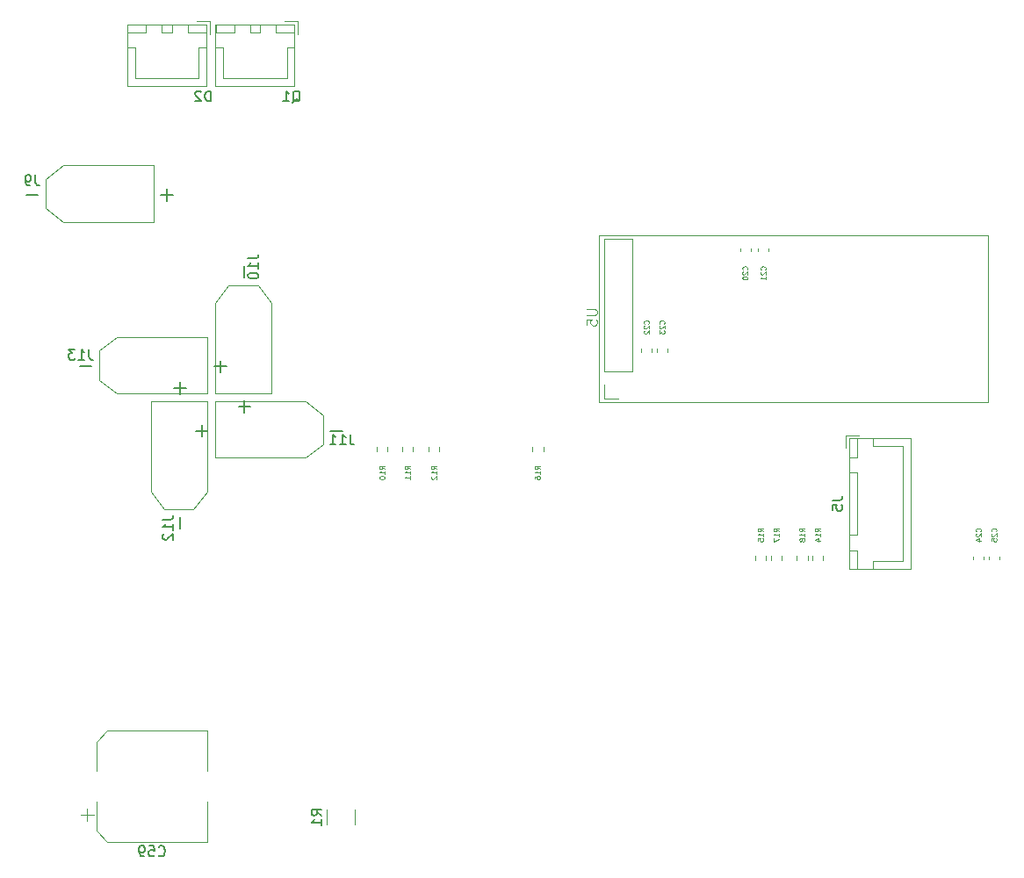
<source format=gbr>
%TF.GenerationSoftware,KiCad,Pcbnew,7.0.8*%
%TF.CreationDate,2023-11-18T19:30:00+11:00*%
%TF.ProjectId,Main 4.3,4d61696e-2034-42e3-932e-6b696361645f,rev?*%
%TF.SameCoordinates,Original*%
%TF.FileFunction,Legend,Bot*%
%TF.FilePolarity,Positive*%
%FSLAX46Y46*%
G04 Gerber Fmt 4.6, Leading zero omitted, Abs format (unit mm)*
G04 Created by KiCad (PCBNEW 7.0.8) date 2023-11-18 19:30:00*
%MOMM*%
%LPD*%
G01*
G04 APERTURE LIST*
%ADD10C,0.100000*%
%ADD11C,0.150000*%
%ADD12C,0.120000*%
G04 APERTURE END LIST*
D10*
X208726109Y-162928571D02*
X208488014Y-162761905D01*
X208726109Y-162642857D02*
X208226109Y-162642857D01*
X208226109Y-162642857D02*
X208226109Y-162833333D01*
X208226109Y-162833333D02*
X208249919Y-162880952D01*
X208249919Y-162880952D02*
X208273728Y-162904762D01*
X208273728Y-162904762D02*
X208321347Y-162928571D01*
X208321347Y-162928571D02*
X208392776Y-162928571D01*
X208392776Y-162928571D02*
X208440395Y-162904762D01*
X208440395Y-162904762D02*
X208464204Y-162880952D01*
X208464204Y-162880952D02*
X208488014Y-162833333D01*
X208488014Y-162833333D02*
X208488014Y-162642857D01*
X208726109Y-163404762D02*
X208726109Y-163119048D01*
X208726109Y-163261905D02*
X208226109Y-163261905D01*
X208226109Y-163261905D02*
X208297538Y-163214286D01*
X208297538Y-163214286D02*
X208345157Y-163166667D01*
X208345157Y-163166667D02*
X208368966Y-163119048D01*
X208392776Y-163833333D02*
X208726109Y-163833333D01*
X208202300Y-163714285D02*
X208559442Y-163595238D01*
X208559442Y-163595238D02*
X208559442Y-163904761D01*
D11*
X149988094Y-121454819D02*
X149988094Y-120454819D01*
X149988094Y-120454819D02*
X149749999Y-120454819D01*
X149749999Y-120454819D02*
X149607142Y-120502438D01*
X149607142Y-120502438D02*
X149511904Y-120597676D01*
X149511904Y-120597676D02*
X149464285Y-120692914D01*
X149464285Y-120692914D02*
X149416666Y-120883390D01*
X149416666Y-120883390D02*
X149416666Y-121026247D01*
X149416666Y-121026247D02*
X149464285Y-121216723D01*
X149464285Y-121216723D02*
X149511904Y-121311961D01*
X149511904Y-121311961D02*
X149607142Y-121407200D01*
X149607142Y-121407200D02*
X149749999Y-121454819D01*
X149749999Y-121454819D02*
X149988094Y-121454819D01*
X149035713Y-120550057D02*
X148988094Y-120502438D01*
X148988094Y-120502438D02*
X148892856Y-120454819D01*
X148892856Y-120454819D02*
X148654761Y-120454819D01*
X148654761Y-120454819D02*
X148559523Y-120502438D01*
X148559523Y-120502438D02*
X148511904Y-120550057D01*
X148511904Y-120550057D02*
X148464285Y-120645295D01*
X148464285Y-120645295D02*
X148464285Y-120740533D01*
X148464285Y-120740533D02*
X148511904Y-120883390D01*
X148511904Y-120883390D02*
X149083332Y-121454819D01*
X149083332Y-121454819D02*
X148464285Y-121454819D01*
D10*
X207226109Y-162928571D02*
X206988014Y-162761905D01*
X207226109Y-162642857D02*
X206726109Y-162642857D01*
X206726109Y-162642857D02*
X206726109Y-162833333D01*
X206726109Y-162833333D02*
X206749919Y-162880952D01*
X206749919Y-162880952D02*
X206773728Y-162904762D01*
X206773728Y-162904762D02*
X206821347Y-162928571D01*
X206821347Y-162928571D02*
X206892776Y-162928571D01*
X206892776Y-162928571D02*
X206940395Y-162904762D01*
X206940395Y-162904762D02*
X206964204Y-162880952D01*
X206964204Y-162880952D02*
X206988014Y-162833333D01*
X206988014Y-162833333D02*
X206988014Y-162642857D01*
X207226109Y-163404762D02*
X207226109Y-163119048D01*
X207226109Y-163261905D02*
X206726109Y-163261905D01*
X206726109Y-163261905D02*
X206797538Y-163214286D01*
X206797538Y-163214286D02*
X206845157Y-163166667D01*
X206845157Y-163166667D02*
X206868966Y-163119048D01*
X206940395Y-163690476D02*
X206916585Y-163642857D01*
X206916585Y-163642857D02*
X206892776Y-163619047D01*
X206892776Y-163619047D02*
X206845157Y-163595238D01*
X206845157Y-163595238D02*
X206821347Y-163595238D01*
X206821347Y-163595238D02*
X206773728Y-163619047D01*
X206773728Y-163619047D02*
X206749919Y-163642857D01*
X206749919Y-163642857D02*
X206726109Y-163690476D01*
X206726109Y-163690476D02*
X206726109Y-163785714D01*
X206726109Y-163785714D02*
X206749919Y-163833333D01*
X206749919Y-163833333D02*
X206773728Y-163857142D01*
X206773728Y-163857142D02*
X206821347Y-163880952D01*
X206821347Y-163880952D02*
X206845157Y-163880952D01*
X206845157Y-163880952D02*
X206892776Y-163857142D01*
X206892776Y-163857142D02*
X206916585Y-163833333D01*
X206916585Y-163833333D02*
X206940395Y-163785714D01*
X206940395Y-163785714D02*
X206940395Y-163690476D01*
X206940395Y-163690476D02*
X206964204Y-163642857D01*
X206964204Y-163642857D02*
X206988014Y-163619047D01*
X206988014Y-163619047D02*
X207035633Y-163595238D01*
X207035633Y-163595238D02*
X207130871Y-163595238D01*
X207130871Y-163595238D02*
X207178490Y-163619047D01*
X207178490Y-163619047D02*
X207202300Y-163642857D01*
X207202300Y-163642857D02*
X207226109Y-163690476D01*
X207226109Y-163690476D02*
X207226109Y-163785714D01*
X207226109Y-163785714D02*
X207202300Y-163833333D01*
X207202300Y-163833333D02*
X207178490Y-163857142D01*
X207178490Y-163857142D02*
X207130871Y-163880952D01*
X207130871Y-163880952D02*
X207035633Y-163880952D01*
X207035633Y-163880952D02*
X206988014Y-163857142D01*
X206988014Y-163857142D02*
X206964204Y-163833333D01*
X206964204Y-163833333D02*
X206940395Y-163785714D01*
D11*
X133083333Y-128554819D02*
X133083333Y-129269104D01*
X133083333Y-129269104D02*
X133130952Y-129411961D01*
X133130952Y-129411961D02*
X133226190Y-129507200D01*
X133226190Y-129507200D02*
X133369047Y-129554819D01*
X133369047Y-129554819D02*
X133464285Y-129554819D01*
X132559523Y-129554819D02*
X132369047Y-129554819D01*
X132369047Y-129554819D02*
X132273809Y-129507200D01*
X132273809Y-129507200D02*
X132226190Y-129459580D01*
X132226190Y-129459580D02*
X132130952Y-129316723D01*
X132130952Y-129316723D02*
X132083333Y-129126247D01*
X132083333Y-129126247D02*
X132083333Y-128745295D01*
X132083333Y-128745295D02*
X132130952Y-128650057D01*
X132130952Y-128650057D02*
X132178571Y-128602438D01*
X132178571Y-128602438D02*
X132273809Y-128554819D01*
X132273809Y-128554819D02*
X132464285Y-128554819D01*
X132464285Y-128554819D02*
X132559523Y-128602438D01*
X132559523Y-128602438D02*
X132607142Y-128650057D01*
X132607142Y-128650057D02*
X132654761Y-128745295D01*
X132654761Y-128745295D02*
X132654761Y-128983390D01*
X132654761Y-128983390D02*
X132607142Y-129078628D01*
X132607142Y-129078628D02*
X132559523Y-129126247D01*
X132559523Y-129126247D02*
X132464285Y-129173866D01*
X132464285Y-129173866D02*
X132273809Y-129173866D01*
X132273809Y-129173866D02*
X132178571Y-129126247D01*
X132178571Y-129126247D02*
X132130952Y-129078628D01*
X132130952Y-129078628D02*
X132083333Y-128983390D01*
X133321428Y-130464700D02*
X132178571Y-130464700D01*
X146321428Y-130464700D02*
X145178571Y-130464700D01*
X145749999Y-131036128D02*
X145749999Y-129893271D01*
D10*
X193678490Y-142903571D02*
X193702300Y-142879762D01*
X193702300Y-142879762D02*
X193726109Y-142808333D01*
X193726109Y-142808333D02*
X193726109Y-142760714D01*
X193726109Y-142760714D02*
X193702300Y-142689286D01*
X193702300Y-142689286D02*
X193654680Y-142641667D01*
X193654680Y-142641667D02*
X193607061Y-142617857D01*
X193607061Y-142617857D02*
X193511823Y-142594048D01*
X193511823Y-142594048D02*
X193440395Y-142594048D01*
X193440395Y-142594048D02*
X193345157Y-142617857D01*
X193345157Y-142617857D02*
X193297538Y-142641667D01*
X193297538Y-142641667D02*
X193249919Y-142689286D01*
X193249919Y-142689286D02*
X193226109Y-142760714D01*
X193226109Y-142760714D02*
X193226109Y-142808333D01*
X193226109Y-142808333D02*
X193249919Y-142879762D01*
X193249919Y-142879762D02*
X193273728Y-142903571D01*
X193273728Y-143094048D02*
X193249919Y-143117857D01*
X193249919Y-143117857D02*
X193226109Y-143165476D01*
X193226109Y-143165476D02*
X193226109Y-143284524D01*
X193226109Y-143284524D02*
X193249919Y-143332143D01*
X193249919Y-143332143D02*
X193273728Y-143355952D01*
X193273728Y-143355952D02*
X193321347Y-143379762D01*
X193321347Y-143379762D02*
X193368966Y-143379762D01*
X193368966Y-143379762D02*
X193440395Y-143355952D01*
X193440395Y-143355952D02*
X193726109Y-143070238D01*
X193726109Y-143070238D02*
X193726109Y-143379762D01*
X193226109Y-143546428D02*
X193226109Y-143855952D01*
X193226109Y-143855952D02*
X193416585Y-143689285D01*
X193416585Y-143689285D02*
X193416585Y-143760714D01*
X193416585Y-143760714D02*
X193440395Y-143808333D01*
X193440395Y-143808333D02*
X193464204Y-143832142D01*
X193464204Y-143832142D02*
X193511823Y-143855952D01*
X193511823Y-143855952D02*
X193630871Y-143855952D01*
X193630871Y-143855952D02*
X193678490Y-143832142D01*
X193678490Y-143832142D02*
X193702300Y-143808333D01*
X193702300Y-143808333D02*
X193726109Y-143760714D01*
X193726109Y-143760714D02*
X193726109Y-143617857D01*
X193726109Y-143617857D02*
X193702300Y-143570238D01*
X193702300Y-143570238D02*
X193678490Y-143546428D01*
X186207419Y-141488095D02*
X187016942Y-141488095D01*
X187016942Y-141488095D02*
X187112180Y-141535714D01*
X187112180Y-141535714D02*
X187159800Y-141583333D01*
X187159800Y-141583333D02*
X187207419Y-141678571D01*
X187207419Y-141678571D02*
X187207419Y-141869047D01*
X187207419Y-141869047D02*
X187159800Y-141964285D01*
X187159800Y-141964285D02*
X187112180Y-142011904D01*
X187112180Y-142011904D02*
X187016942Y-142059523D01*
X187016942Y-142059523D02*
X186207419Y-142059523D01*
X186207419Y-143011904D02*
X186207419Y-142535714D01*
X186207419Y-142535714D02*
X186683609Y-142488095D01*
X186683609Y-142488095D02*
X186635990Y-142535714D01*
X186635990Y-142535714D02*
X186588371Y-142630952D01*
X186588371Y-142630952D02*
X186588371Y-142869047D01*
X186588371Y-142869047D02*
X186635990Y-142964285D01*
X186635990Y-142964285D02*
X186683609Y-143011904D01*
X186683609Y-143011904D02*
X186778847Y-143059523D01*
X186778847Y-143059523D02*
X187016942Y-143059523D01*
X187016942Y-143059523D02*
X187112180Y-143011904D01*
X187112180Y-143011904D02*
X187159800Y-142964285D01*
X187159800Y-142964285D02*
X187207419Y-142869047D01*
X187207419Y-142869047D02*
X187207419Y-142630952D01*
X187207419Y-142630952D02*
X187159800Y-142535714D01*
X187159800Y-142535714D02*
X187112180Y-142488095D01*
X166726109Y-156928571D02*
X166488014Y-156761905D01*
X166726109Y-156642857D02*
X166226109Y-156642857D01*
X166226109Y-156642857D02*
X166226109Y-156833333D01*
X166226109Y-156833333D02*
X166249919Y-156880952D01*
X166249919Y-156880952D02*
X166273728Y-156904762D01*
X166273728Y-156904762D02*
X166321347Y-156928571D01*
X166321347Y-156928571D02*
X166392776Y-156928571D01*
X166392776Y-156928571D02*
X166440395Y-156904762D01*
X166440395Y-156904762D02*
X166464204Y-156880952D01*
X166464204Y-156880952D02*
X166488014Y-156833333D01*
X166488014Y-156833333D02*
X166488014Y-156642857D01*
X166726109Y-157404762D02*
X166726109Y-157119048D01*
X166726109Y-157261905D02*
X166226109Y-157261905D01*
X166226109Y-157261905D02*
X166297538Y-157214286D01*
X166297538Y-157214286D02*
X166345157Y-157166667D01*
X166345157Y-157166667D02*
X166368966Y-157119048D01*
X166226109Y-157714285D02*
X166226109Y-157761904D01*
X166226109Y-157761904D02*
X166249919Y-157809523D01*
X166249919Y-157809523D02*
X166273728Y-157833333D01*
X166273728Y-157833333D02*
X166321347Y-157857142D01*
X166321347Y-157857142D02*
X166416585Y-157880952D01*
X166416585Y-157880952D02*
X166535633Y-157880952D01*
X166535633Y-157880952D02*
X166630871Y-157857142D01*
X166630871Y-157857142D02*
X166678490Y-157833333D01*
X166678490Y-157833333D02*
X166702300Y-157809523D01*
X166702300Y-157809523D02*
X166726109Y-157761904D01*
X166726109Y-157761904D02*
X166726109Y-157714285D01*
X166726109Y-157714285D02*
X166702300Y-157666666D01*
X166702300Y-157666666D02*
X166678490Y-157642857D01*
X166678490Y-157642857D02*
X166630871Y-157619047D01*
X166630871Y-157619047D02*
X166535633Y-157595238D01*
X166535633Y-157595238D02*
X166416585Y-157595238D01*
X166416585Y-157595238D02*
X166321347Y-157619047D01*
X166321347Y-157619047D02*
X166273728Y-157642857D01*
X166273728Y-157642857D02*
X166249919Y-157666666D01*
X166249919Y-157666666D02*
X166226109Y-157714285D01*
X224178490Y-162928571D02*
X224202300Y-162904762D01*
X224202300Y-162904762D02*
X224226109Y-162833333D01*
X224226109Y-162833333D02*
X224226109Y-162785714D01*
X224226109Y-162785714D02*
X224202300Y-162714286D01*
X224202300Y-162714286D02*
X224154680Y-162666667D01*
X224154680Y-162666667D02*
X224107061Y-162642857D01*
X224107061Y-162642857D02*
X224011823Y-162619048D01*
X224011823Y-162619048D02*
X223940395Y-162619048D01*
X223940395Y-162619048D02*
X223845157Y-162642857D01*
X223845157Y-162642857D02*
X223797538Y-162666667D01*
X223797538Y-162666667D02*
X223749919Y-162714286D01*
X223749919Y-162714286D02*
X223726109Y-162785714D01*
X223726109Y-162785714D02*
X223726109Y-162833333D01*
X223726109Y-162833333D02*
X223749919Y-162904762D01*
X223749919Y-162904762D02*
X223773728Y-162928571D01*
X223773728Y-163119048D02*
X223749919Y-163142857D01*
X223749919Y-163142857D02*
X223726109Y-163190476D01*
X223726109Y-163190476D02*
X223726109Y-163309524D01*
X223726109Y-163309524D02*
X223749919Y-163357143D01*
X223749919Y-163357143D02*
X223773728Y-163380952D01*
X223773728Y-163380952D02*
X223821347Y-163404762D01*
X223821347Y-163404762D02*
X223868966Y-163404762D01*
X223868966Y-163404762D02*
X223940395Y-163380952D01*
X223940395Y-163380952D02*
X224226109Y-163095238D01*
X224226109Y-163095238D02*
X224226109Y-163404762D01*
X223892776Y-163833333D02*
X224226109Y-163833333D01*
X223702300Y-163714285D02*
X224059442Y-163595238D01*
X224059442Y-163595238D02*
X224059442Y-163904761D01*
D11*
X157845238Y-121550057D02*
X157940476Y-121502438D01*
X157940476Y-121502438D02*
X158035714Y-121407200D01*
X158035714Y-121407200D02*
X158178571Y-121264342D01*
X158178571Y-121264342D02*
X158273809Y-121216723D01*
X158273809Y-121216723D02*
X158369047Y-121216723D01*
X158321428Y-121454819D02*
X158416666Y-121407200D01*
X158416666Y-121407200D02*
X158511904Y-121311961D01*
X158511904Y-121311961D02*
X158559523Y-121121485D01*
X158559523Y-121121485D02*
X158559523Y-120788152D01*
X158559523Y-120788152D02*
X158511904Y-120597676D01*
X158511904Y-120597676D02*
X158416666Y-120502438D01*
X158416666Y-120502438D02*
X158321428Y-120454819D01*
X158321428Y-120454819D02*
X158130952Y-120454819D01*
X158130952Y-120454819D02*
X158035714Y-120502438D01*
X158035714Y-120502438D02*
X157940476Y-120597676D01*
X157940476Y-120597676D02*
X157892857Y-120788152D01*
X157892857Y-120788152D02*
X157892857Y-121121485D01*
X157892857Y-121121485D02*
X157940476Y-121311961D01*
X157940476Y-121311961D02*
X158035714Y-121407200D01*
X158035714Y-121407200D02*
X158130952Y-121454819D01*
X158130952Y-121454819D02*
X158321428Y-121454819D01*
X156940476Y-121454819D02*
X157511904Y-121454819D01*
X157226190Y-121454819D02*
X157226190Y-120454819D01*
X157226190Y-120454819D02*
X157321428Y-120597676D01*
X157321428Y-120597676D02*
X157416666Y-120692914D01*
X157416666Y-120692914D02*
X157511904Y-120740533D01*
X138209523Y-145354819D02*
X138209523Y-146069104D01*
X138209523Y-146069104D02*
X138257142Y-146211961D01*
X138257142Y-146211961D02*
X138352380Y-146307200D01*
X138352380Y-146307200D02*
X138495237Y-146354819D01*
X138495237Y-146354819D02*
X138590475Y-146354819D01*
X137209523Y-146354819D02*
X137780951Y-146354819D01*
X137495237Y-146354819D02*
X137495237Y-145354819D01*
X137495237Y-145354819D02*
X137590475Y-145497676D01*
X137590475Y-145497676D02*
X137685713Y-145592914D01*
X137685713Y-145592914D02*
X137780951Y-145640533D01*
X136876189Y-145354819D02*
X136257142Y-145354819D01*
X136257142Y-145354819D02*
X136590475Y-145735771D01*
X136590475Y-145735771D02*
X136447618Y-145735771D01*
X136447618Y-145735771D02*
X136352380Y-145783390D01*
X136352380Y-145783390D02*
X136304761Y-145831009D01*
X136304761Y-145831009D02*
X136257142Y-145926247D01*
X136257142Y-145926247D02*
X136257142Y-146164342D01*
X136257142Y-146164342D02*
X136304761Y-146259580D01*
X136304761Y-146259580D02*
X136352380Y-146307200D01*
X136352380Y-146307200D02*
X136447618Y-146354819D01*
X136447618Y-146354819D02*
X136733332Y-146354819D01*
X136733332Y-146354819D02*
X136828570Y-146307200D01*
X136828570Y-146307200D02*
X136876189Y-146259580D01*
X138471428Y-147014700D02*
X137328571Y-147014700D01*
X151471428Y-147014700D02*
X150328571Y-147014700D01*
X150899999Y-147586128D02*
X150899999Y-146443271D01*
D10*
X203428490Y-137678571D02*
X203452300Y-137654762D01*
X203452300Y-137654762D02*
X203476109Y-137583333D01*
X203476109Y-137583333D02*
X203476109Y-137535714D01*
X203476109Y-137535714D02*
X203452300Y-137464286D01*
X203452300Y-137464286D02*
X203404680Y-137416667D01*
X203404680Y-137416667D02*
X203357061Y-137392857D01*
X203357061Y-137392857D02*
X203261823Y-137369048D01*
X203261823Y-137369048D02*
X203190395Y-137369048D01*
X203190395Y-137369048D02*
X203095157Y-137392857D01*
X203095157Y-137392857D02*
X203047538Y-137416667D01*
X203047538Y-137416667D02*
X202999919Y-137464286D01*
X202999919Y-137464286D02*
X202976109Y-137535714D01*
X202976109Y-137535714D02*
X202976109Y-137583333D01*
X202976109Y-137583333D02*
X202999919Y-137654762D01*
X202999919Y-137654762D02*
X203023728Y-137678571D01*
X203023728Y-137869048D02*
X202999919Y-137892857D01*
X202999919Y-137892857D02*
X202976109Y-137940476D01*
X202976109Y-137940476D02*
X202976109Y-138059524D01*
X202976109Y-138059524D02*
X202999919Y-138107143D01*
X202999919Y-138107143D02*
X203023728Y-138130952D01*
X203023728Y-138130952D02*
X203071347Y-138154762D01*
X203071347Y-138154762D02*
X203118966Y-138154762D01*
X203118966Y-138154762D02*
X203190395Y-138130952D01*
X203190395Y-138130952D02*
X203476109Y-137845238D01*
X203476109Y-137845238D02*
X203476109Y-138154762D01*
X203476109Y-138630952D02*
X203476109Y-138345238D01*
X203476109Y-138488095D02*
X202976109Y-138488095D01*
X202976109Y-138488095D02*
X203047538Y-138440476D01*
X203047538Y-138440476D02*
X203095157Y-138392857D01*
X203095157Y-138392857D02*
X203118966Y-138345238D01*
X204726109Y-162928571D02*
X204488014Y-162761905D01*
X204726109Y-162642857D02*
X204226109Y-162642857D01*
X204226109Y-162642857D02*
X204226109Y-162833333D01*
X204226109Y-162833333D02*
X204249919Y-162880952D01*
X204249919Y-162880952D02*
X204273728Y-162904762D01*
X204273728Y-162904762D02*
X204321347Y-162928571D01*
X204321347Y-162928571D02*
X204392776Y-162928571D01*
X204392776Y-162928571D02*
X204440395Y-162904762D01*
X204440395Y-162904762D02*
X204464204Y-162880952D01*
X204464204Y-162880952D02*
X204488014Y-162833333D01*
X204488014Y-162833333D02*
X204488014Y-162642857D01*
X204726109Y-163404762D02*
X204726109Y-163119048D01*
X204726109Y-163261905D02*
X204226109Y-163261905D01*
X204226109Y-163261905D02*
X204297538Y-163214286D01*
X204297538Y-163214286D02*
X204345157Y-163166667D01*
X204345157Y-163166667D02*
X204368966Y-163119048D01*
X204226109Y-163571428D02*
X204226109Y-163904761D01*
X204226109Y-163904761D02*
X204726109Y-163690476D01*
D11*
X153554819Y-136590476D02*
X154269104Y-136590476D01*
X154269104Y-136590476D02*
X154411961Y-136542857D01*
X154411961Y-136542857D02*
X154507200Y-136447619D01*
X154507200Y-136447619D02*
X154554819Y-136304762D01*
X154554819Y-136304762D02*
X154554819Y-136209524D01*
X154554819Y-137590476D02*
X154554819Y-137019048D01*
X154554819Y-137304762D02*
X153554819Y-137304762D01*
X153554819Y-137304762D02*
X153697676Y-137209524D01*
X153697676Y-137209524D02*
X153792914Y-137114286D01*
X153792914Y-137114286D02*
X153840533Y-137019048D01*
X153554819Y-138209524D02*
X153554819Y-138304762D01*
X153554819Y-138304762D02*
X153602438Y-138400000D01*
X153602438Y-138400000D02*
X153650057Y-138447619D01*
X153650057Y-138447619D02*
X153745295Y-138495238D01*
X153745295Y-138495238D02*
X153935771Y-138542857D01*
X153935771Y-138542857D02*
X154173866Y-138542857D01*
X154173866Y-138542857D02*
X154364342Y-138495238D01*
X154364342Y-138495238D02*
X154459580Y-138447619D01*
X154459580Y-138447619D02*
X154507200Y-138400000D01*
X154507200Y-138400000D02*
X154554819Y-138304762D01*
X154554819Y-138304762D02*
X154554819Y-138209524D01*
X154554819Y-138209524D02*
X154507200Y-138114286D01*
X154507200Y-138114286D02*
X154459580Y-138066667D01*
X154459580Y-138066667D02*
X154364342Y-138019048D01*
X154364342Y-138019048D02*
X154173866Y-137971429D01*
X154173866Y-137971429D02*
X153935771Y-137971429D01*
X153935771Y-137971429D02*
X153745295Y-138019048D01*
X153745295Y-138019048D02*
X153650057Y-138066667D01*
X153650057Y-138066667D02*
X153602438Y-138114286D01*
X153602438Y-138114286D02*
X153554819Y-138209524D01*
X153214700Y-150328571D02*
X153214700Y-151471429D01*
X153786128Y-150900000D02*
X152643271Y-150900000D01*
X153214700Y-137328571D02*
X153214700Y-138471429D01*
D10*
X171726109Y-156928571D02*
X171488014Y-156761905D01*
X171726109Y-156642857D02*
X171226109Y-156642857D01*
X171226109Y-156642857D02*
X171226109Y-156833333D01*
X171226109Y-156833333D02*
X171249919Y-156880952D01*
X171249919Y-156880952D02*
X171273728Y-156904762D01*
X171273728Y-156904762D02*
X171321347Y-156928571D01*
X171321347Y-156928571D02*
X171392776Y-156928571D01*
X171392776Y-156928571D02*
X171440395Y-156904762D01*
X171440395Y-156904762D02*
X171464204Y-156880952D01*
X171464204Y-156880952D02*
X171488014Y-156833333D01*
X171488014Y-156833333D02*
X171488014Y-156642857D01*
X171726109Y-157404762D02*
X171726109Y-157119048D01*
X171726109Y-157261905D02*
X171226109Y-157261905D01*
X171226109Y-157261905D02*
X171297538Y-157214286D01*
X171297538Y-157214286D02*
X171345157Y-157166667D01*
X171345157Y-157166667D02*
X171368966Y-157119048D01*
X171273728Y-157595238D02*
X171249919Y-157619047D01*
X171249919Y-157619047D02*
X171226109Y-157666666D01*
X171226109Y-157666666D02*
X171226109Y-157785714D01*
X171226109Y-157785714D02*
X171249919Y-157833333D01*
X171249919Y-157833333D02*
X171273728Y-157857142D01*
X171273728Y-157857142D02*
X171321347Y-157880952D01*
X171321347Y-157880952D02*
X171368966Y-157880952D01*
X171368966Y-157880952D02*
X171440395Y-157857142D01*
X171440395Y-157857142D02*
X171726109Y-157571428D01*
X171726109Y-157571428D02*
X171726109Y-157880952D01*
X203226109Y-162928571D02*
X202988014Y-162761905D01*
X203226109Y-162642857D02*
X202726109Y-162642857D01*
X202726109Y-162642857D02*
X202726109Y-162833333D01*
X202726109Y-162833333D02*
X202749919Y-162880952D01*
X202749919Y-162880952D02*
X202773728Y-162904762D01*
X202773728Y-162904762D02*
X202821347Y-162928571D01*
X202821347Y-162928571D02*
X202892776Y-162928571D01*
X202892776Y-162928571D02*
X202940395Y-162904762D01*
X202940395Y-162904762D02*
X202964204Y-162880952D01*
X202964204Y-162880952D02*
X202988014Y-162833333D01*
X202988014Y-162833333D02*
X202988014Y-162642857D01*
X203226109Y-163404762D02*
X203226109Y-163119048D01*
X203226109Y-163261905D02*
X202726109Y-163261905D01*
X202726109Y-163261905D02*
X202797538Y-163214286D01*
X202797538Y-163214286D02*
X202845157Y-163166667D01*
X202845157Y-163166667D02*
X202868966Y-163119048D01*
X202726109Y-163857142D02*
X202726109Y-163619047D01*
X202726109Y-163619047D02*
X202964204Y-163595238D01*
X202964204Y-163595238D02*
X202940395Y-163619047D01*
X202940395Y-163619047D02*
X202916585Y-163666666D01*
X202916585Y-163666666D02*
X202916585Y-163785714D01*
X202916585Y-163785714D02*
X202940395Y-163833333D01*
X202940395Y-163833333D02*
X202964204Y-163857142D01*
X202964204Y-163857142D02*
X203011823Y-163880952D01*
X203011823Y-163880952D02*
X203130871Y-163880952D01*
X203130871Y-163880952D02*
X203178490Y-163857142D01*
X203178490Y-163857142D02*
X203202300Y-163833333D01*
X203202300Y-163833333D02*
X203226109Y-163785714D01*
X203226109Y-163785714D02*
X203226109Y-163666666D01*
X203226109Y-163666666D02*
X203202300Y-163619047D01*
X203202300Y-163619047D02*
X203178490Y-163595238D01*
X192178490Y-142903571D02*
X192202300Y-142879762D01*
X192202300Y-142879762D02*
X192226109Y-142808333D01*
X192226109Y-142808333D02*
X192226109Y-142760714D01*
X192226109Y-142760714D02*
X192202300Y-142689286D01*
X192202300Y-142689286D02*
X192154680Y-142641667D01*
X192154680Y-142641667D02*
X192107061Y-142617857D01*
X192107061Y-142617857D02*
X192011823Y-142594048D01*
X192011823Y-142594048D02*
X191940395Y-142594048D01*
X191940395Y-142594048D02*
X191845157Y-142617857D01*
X191845157Y-142617857D02*
X191797538Y-142641667D01*
X191797538Y-142641667D02*
X191749919Y-142689286D01*
X191749919Y-142689286D02*
X191726109Y-142760714D01*
X191726109Y-142760714D02*
X191726109Y-142808333D01*
X191726109Y-142808333D02*
X191749919Y-142879762D01*
X191749919Y-142879762D02*
X191773728Y-142903571D01*
X191773728Y-143094048D02*
X191749919Y-143117857D01*
X191749919Y-143117857D02*
X191726109Y-143165476D01*
X191726109Y-143165476D02*
X191726109Y-143284524D01*
X191726109Y-143284524D02*
X191749919Y-143332143D01*
X191749919Y-143332143D02*
X191773728Y-143355952D01*
X191773728Y-143355952D02*
X191821347Y-143379762D01*
X191821347Y-143379762D02*
X191868966Y-143379762D01*
X191868966Y-143379762D02*
X191940395Y-143355952D01*
X191940395Y-143355952D02*
X192226109Y-143070238D01*
X192226109Y-143070238D02*
X192226109Y-143379762D01*
X191773728Y-143570238D02*
X191749919Y-143594047D01*
X191749919Y-143594047D02*
X191726109Y-143641666D01*
X191726109Y-143641666D02*
X191726109Y-143760714D01*
X191726109Y-143760714D02*
X191749919Y-143808333D01*
X191749919Y-143808333D02*
X191773728Y-143832142D01*
X191773728Y-143832142D02*
X191821347Y-143855952D01*
X191821347Y-143855952D02*
X191868966Y-143855952D01*
X191868966Y-143855952D02*
X191940395Y-143832142D01*
X191940395Y-143832142D02*
X192226109Y-143546428D01*
X192226109Y-143546428D02*
X192226109Y-143855952D01*
D11*
X144942857Y-194159580D02*
X144990476Y-194207200D01*
X144990476Y-194207200D02*
X145133333Y-194254819D01*
X145133333Y-194254819D02*
X145228571Y-194254819D01*
X145228571Y-194254819D02*
X145371428Y-194207200D01*
X145371428Y-194207200D02*
X145466666Y-194111961D01*
X145466666Y-194111961D02*
X145514285Y-194016723D01*
X145514285Y-194016723D02*
X145561904Y-193826247D01*
X145561904Y-193826247D02*
X145561904Y-193683390D01*
X145561904Y-193683390D02*
X145514285Y-193492914D01*
X145514285Y-193492914D02*
X145466666Y-193397676D01*
X145466666Y-193397676D02*
X145371428Y-193302438D01*
X145371428Y-193302438D02*
X145228571Y-193254819D01*
X145228571Y-193254819D02*
X145133333Y-193254819D01*
X145133333Y-193254819D02*
X144990476Y-193302438D01*
X144990476Y-193302438D02*
X144942857Y-193350057D01*
X144038095Y-193254819D02*
X144514285Y-193254819D01*
X144514285Y-193254819D02*
X144561904Y-193731009D01*
X144561904Y-193731009D02*
X144514285Y-193683390D01*
X144514285Y-193683390D02*
X144419047Y-193635771D01*
X144419047Y-193635771D02*
X144180952Y-193635771D01*
X144180952Y-193635771D02*
X144085714Y-193683390D01*
X144085714Y-193683390D02*
X144038095Y-193731009D01*
X144038095Y-193731009D02*
X143990476Y-193826247D01*
X143990476Y-193826247D02*
X143990476Y-194064342D01*
X143990476Y-194064342D02*
X144038095Y-194159580D01*
X144038095Y-194159580D02*
X144085714Y-194207200D01*
X144085714Y-194207200D02*
X144180952Y-194254819D01*
X144180952Y-194254819D02*
X144419047Y-194254819D01*
X144419047Y-194254819D02*
X144514285Y-194207200D01*
X144514285Y-194207200D02*
X144561904Y-194159580D01*
X143514285Y-194254819D02*
X143323809Y-194254819D01*
X143323809Y-194254819D02*
X143228571Y-194207200D01*
X143228571Y-194207200D02*
X143180952Y-194159580D01*
X143180952Y-194159580D02*
X143085714Y-194016723D01*
X143085714Y-194016723D02*
X143038095Y-193826247D01*
X143038095Y-193826247D02*
X143038095Y-193445295D01*
X143038095Y-193445295D02*
X143085714Y-193350057D01*
X143085714Y-193350057D02*
X143133333Y-193302438D01*
X143133333Y-193302438D02*
X143228571Y-193254819D01*
X143228571Y-193254819D02*
X143419047Y-193254819D01*
X143419047Y-193254819D02*
X143514285Y-193302438D01*
X143514285Y-193302438D02*
X143561904Y-193350057D01*
X143561904Y-193350057D02*
X143609523Y-193445295D01*
X143609523Y-193445295D02*
X143609523Y-193683390D01*
X143609523Y-193683390D02*
X143561904Y-193778628D01*
X143561904Y-193778628D02*
X143514285Y-193826247D01*
X143514285Y-193826247D02*
X143419047Y-193873866D01*
X143419047Y-193873866D02*
X143228571Y-193873866D01*
X143228571Y-193873866D02*
X143133333Y-193826247D01*
X143133333Y-193826247D02*
X143085714Y-193778628D01*
X143085714Y-193778628D02*
X143038095Y-193683390D01*
X160674819Y-190333333D02*
X160198628Y-190000000D01*
X160674819Y-189761905D02*
X159674819Y-189761905D01*
X159674819Y-189761905D02*
X159674819Y-190142857D01*
X159674819Y-190142857D02*
X159722438Y-190238095D01*
X159722438Y-190238095D02*
X159770057Y-190285714D01*
X159770057Y-190285714D02*
X159865295Y-190333333D01*
X159865295Y-190333333D02*
X160008152Y-190333333D01*
X160008152Y-190333333D02*
X160103390Y-190285714D01*
X160103390Y-190285714D02*
X160151009Y-190238095D01*
X160151009Y-190238095D02*
X160198628Y-190142857D01*
X160198628Y-190142857D02*
X160198628Y-189761905D01*
X160674819Y-191285714D02*
X160674819Y-190714286D01*
X160674819Y-191000000D02*
X159674819Y-191000000D01*
X159674819Y-191000000D02*
X159817676Y-190904762D01*
X159817676Y-190904762D02*
X159912914Y-190809524D01*
X159912914Y-190809524D02*
X159960533Y-190714286D01*
X163409523Y-153554819D02*
X163409523Y-154269104D01*
X163409523Y-154269104D02*
X163457142Y-154411961D01*
X163457142Y-154411961D02*
X163552380Y-154507200D01*
X163552380Y-154507200D02*
X163695237Y-154554819D01*
X163695237Y-154554819D02*
X163790475Y-154554819D01*
X162409523Y-154554819D02*
X162980951Y-154554819D01*
X162695237Y-154554819D02*
X162695237Y-153554819D01*
X162695237Y-153554819D02*
X162790475Y-153697676D01*
X162790475Y-153697676D02*
X162885713Y-153792914D01*
X162885713Y-153792914D02*
X162980951Y-153840533D01*
X161457142Y-154554819D02*
X162028570Y-154554819D01*
X161742856Y-154554819D02*
X161742856Y-153554819D01*
X161742856Y-153554819D02*
X161838094Y-153697676D01*
X161838094Y-153697676D02*
X161933332Y-153792914D01*
X161933332Y-153792914D02*
X162028570Y-153840533D01*
X149671428Y-153214700D02*
X148528571Y-153214700D01*
X149099999Y-153786128D02*
X149099999Y-152643271D01*
X162671428Y-153214700D02*
X161528571Y-153214700D01*
X209879819Y-159916666D02*
X210594104Y-159916666D01*
X210594104Y-159916666D02*
X210736961Y-159869047D01*
X210736961Y-159869047D02*
X210832200Y-159773809D01*
X210832200Y-159773809D02*
X210879819Y-159630952D01*
X210879819Y-159630952D02*
X210879819Y-159535714D01*
X209879819Y-160869047D02*
X209879819Y-160392857D01*
X209879819Y-160392857D02*
X210356009Y-160345238D01*
X210356009Y-160345238D02*
X210308390Y-160392857D01*
X210308390Y-160392857D02*
X210260771Y-160488095D01*
X210260771Y-160488095D02*
X210260771Y-160726190D01*
X210260771Y-160726190D02*
X210308390Y-160821428D01*
X210308390Y-160821428D02*
X210356009Y-160869047D01*
X210356009Y-160869047D02*
X210451247Y-160916666D01*
X210451247Y-160916666D02*
X210689342Y-160916666D01*
X210689342Y-160916666D02*
X210784580Y-160869047D01*
X210784580Y-160869047D02*
X210832200Y-160821428D01*
X210832200Y-160821428D02*
X210879819Y-160726190D01*
X210879819Y-160726190D02*
X210879819Y-160488095D01*
X210879819Y-160488095D02*
X210832200Y-160392857D01*
X210832200Y-160392857D02*
X210784580Y-160345238D01*
D10*
X225678490Y-162928571D02*
X225702300Y-162904762D01*
X225702300Y-162904762D02*
X225726109Y-162833333D01*
X225726109Y-162833333D02*
X225726109Y-162785714D01*
X225726109Y-162785714D02*
X225702300Y-162714286D01*
X225702300Y-162714286D02*
X225654680Y-162666667D01*
X225654680Y-162666667D02*
X225607061Y-162642857D01*
X225607061Y-162642857D02*
X225511823Y-162619048D01*
X225511823Y-162619048D02*
X225440395Y-162619048D01*
X225440395Y-162619048D02*
X225345157Y-162642857D01*
X225345157Y-162642857D02*
X225297538Y-162666667D01*
X225297538Y-162666667D02*
X225249919Y-162714286D01*
X225249919Y-162714286D02*
X225226109Y-162785714D01*
X225226109Y-162785714D02*
X225226109Y-162833333D01*
X225226109Y-162833333D02*
X225249919Y-162904762D01*
X225249919Y-162904762D02*
X225273728Y-162928571D01*
X225273728Y-163119048D02*
X225249919Y-163142857D01*
X225249919Y-163142857D02*
X225226109Y-163190476D01*
X225226109Y-163190476D02*
X225226109Y-163309524D01*
X225226109Y-163309524D02*
X225249919Y-163357143D01*
X225249919Y-163357143D02*
X225273728Y-163380952D01*
X225273728Y-163380952D02*
X225321347Y-163404762D01*
X225321347Y-163404762D02*
X225368966Y-163404762D01*
X225368966Y-163404762D02*
X225440395Y-163380952D01*
X225440395Y-163380952D02*
X225726109Y-163095238D01*
X225726109Y-163095238D02*
X225726109Y-163404762D01*
X225226109Y-163857142D02*
X225226109Y-163619047D01*
X225226109Y-163619047D02*
X225464204Y-163595238D01*
X225464204Y-163595238D02*
X225440395Y-163619047D01*
X225440395Y-163619047D02*
X225416585Y-163666666D01*
X225416585Y-163666666D02*
X225416585Y-163785714D01*
X225416585Y-163785714D02*
X225440395Y-163833333D01*
X225440395Y-163833333D02*
X225464204Y-163857142D01*
X225464204Y-163857142D02*
X225511823Y-163880952D01*
X225511823Y-163880952D02*
X225630871Y-163880952D01*
X225630871Y-163880952D02*
X225678490Y-163857142D01*
X225678490Y-163857142D02*
X225702300Y-163833333D01*
X225702300Y-163833333D02*
X225726109Y-163785714D01*
X225726109Y-163785714D02*
X225726109Y-163666666D01*
X225726109Y-163666666D02*
X225702300Y-163619047D01*
X225702300Y-163619047D02*
X225678490Y-163595238D01*
X201678490Y-137678571D02*
X201702300Y-137654762D01*
X201702300Y-137654762D02*
X201726109Y-137583333D01*
X201726109Y-137583333D02*
X201726109Y-137535714D01*
X201726109Y-137535714D02*
X201702300Y-137464286D01*
X201702300Y-137464286D02*
X201654680Y-137416667D01*
X201654680Y-137416667D02*
X201607061Y-137392857D01*
X201607061Y-137392857D02*
X201511823Y-137369048D01*
X201511823Y-137369048D02*
X201440395Y-137369048D01*
X201440395Y-137369048D02*
X201345157Y-137392857D01*
X201345157Y-137392857D02*
X201297538Y-137416667D01*
X201297538Y-137416667D02*
X201249919Y-137464286D01*
X201249919Y-137464286D02*
X201226109Y-137535714D01*
X201226109Y-137535714D02*
X201226109Y-137583333D01*
X201226109Y-137583333D02*
X201249919Y-137654762D01*
X201249919Y-137654762D02*
X201273728Y-137678571D01*
X201273728Y-137869048D02*
X201249919Y-137892857D01*
X201249919Y-137892857D02*
X201226109Y-137940476D01*
X201226109Y-137940476D02*
X201226109Y-138059524D01*
X201226109Y-138059524D02*
X201249919Y-138107143D01*
X201249919Y-138107143D02*
X201273728Y-138130952D01*
X201273728Y-138130952D02*
X201321347Y-138154762D01*
X201321347Y-138154762D02*
X201368966Y-138154762D01*
X201368966Y-138154762D02*
X201440395Y-138130952D01*
X201440395Y-138130952D02*
X201726109Y-137845238D01*
X201726109Y-137845238D02*
X201726109Y-138154762D01*
X201226109Y-138464285D02*
X201226109Y-138511904D01*
X201226109Y-138511904D02*
X201249919Y-138559523D01*
X201249919Y-138559523D02*
X201273728Y-138583333D01*
X201273728Y-138583333D02*
X201321347Y-138607142D01*
X201321347Y-138607142D02*
X201416585Y-138630952D01*
X201416585Y-138630952D02*
X201535633Y-138630952D01*
X201535633Y-138630952D02*
X201630871Y-138607142D01*
X201630871Y-138607142D02*
X201678490Y-138583333D01*
X201678490Y-138583333D02*
X201702300Y-138559523D01*
X201702300Y-138559523D02*
X201726109Y-138511904D01*
X201726109Y-138511904D02*
X201726109Y-138464285D01*
X201726109Y-138464285D02*
X201702300Y-138416666D01*
X201702300Y-138416666D02*
X201678490Y-138392857D01*
X201678490Y-138392857D02*
X201630871Y-138369047D01*
X201630871Y-138369047D02*
X201535633Y-138345238D01*
X201535633Y-138345238D02*
X201416585Y-138345238D01*
X201416585Y-138345238D02*
X201321347Y-138369047D01*
X201321347Y-138369047D02*
X201273728Y-138392857D01*
X201273728Y-138392857D02*
X201249919Y-138416666D01*
X201249919Y-138416666D02*
X201226109Y-138464285D01*
X181726109Y-156928571D02*
X181488014Y-156761905D01*
X181726109Y-156642857D02*
X181226109Y-156642857D01*
X181226109Y-156642857D02*
X181226109Y-156833333D01*
X181226109Y-156833333D02*
X181249919Y-156880952D01*
X181249919Y-156880952D02*
X181273728Y-156904762D01*
X181273728Y-156904762D02*
X181321347Y-156928571D01*
X181321347Y-156928571D02*
X181392776Y-156928571D01*
X181392776Y-156928571D02*
X181440395Y-156904762D01*
X181440395Y-156904762D02*
X181464204Y-156880952D01*
X181464204Y-156880952D02*
X181488014Y-156833333D01*
X181488014Y-156833333D02*
X181488014Y-156642857D01*
X181726109Y-157404762D02*
X181726109Y-157119048D01*
X181726109Y-157261905D02*
X181226109Y-157261905D01*
X181226109Y-157261905D02*
X181297538Y-157214286D01*
X181297538Y-157214286D02*
X181345157Y-157166667D01*
X181345157Y-157166667D02*
X181368966Y-157119048D01*
X181226109Y-157833333D02*
X181226109Y-157738095D01*
X181226109Y-157738095D02*
X181249919Y-157690476D01*
X181249919Y-157690476D02*
X181273728Y-157666666D01*
X181273728Y-157666666D02*
X181345157Y-157619047D01*
X181345157Y-157619047D02*
X181440395Y-157595238D01*
X181440395Y-157595238D02*
X181630871Y-157595238D01*
X181630871Y-157595238D02*
X181678490Y-157619047D01*
X181678490Y-157619047D02*
X181702300Y-157642857D01*
X181702300Y-157642857D02*
X181726109Y-157690476D01*
X181726109Y-157690476D02*
X181726109Y-157785714D01*
X181726109Y-157785714D02*
X181702300Y-157833333D01*
X181702300Y-157833333D02*
X181678490Y-157857142D01*
X181678490Y-157857142D02*
X181630871Y-157880952D01*
X181630871Y-157880952D02*
X181511823Y-157880952D01*
X181511823Y-157880952D02*
X181464204Y-157857142D01*
X181464204Y-157857142D02*
X181440395Y-157833333D01*
X181440395Y-157833333D02*
X181416585Y-157785714D01*
X181416585Y-157785714D02*
X181416585Y-157690476D01*
X181416585Y-157690476D02*
X181440395Y-157642857D01*
X181440395Y-157642857D02*
X181464204Y-157619047D01*
X181464204Y-157619047D02*
X181511823Y-157595238D01*
X169176109Y-156928571D02*
X168938014Y-156761905D01*
X169176109Y-156642857D02*
X168676109Y-156642857D01*
X168676109Y-156642857D02*
X168676109Y-156833333D01*
X168676109Y-156833333D02*
X168699919Y-156880952D01*
X168699919Y-156880952D02*
X168723728Y-156904762D01*
X168723728Y-156904762D02*
X168771347Y-156928571D01*
X168771347Y-156928571D02*
X168842776Y-156928571D01*
X168842776Y-156928571D02*
X168890395Y-156904762D01*
X168890395Y-156904762D02*
X168914204Y-156880952D01*
X168914204Y-156880952D02*
X168938014Y-156833333D01*
X168938014Y-156833333D02*
X168938014Y-156642857D01*
X169176109Y-157404762D02*
X169176109Y-157119048D01*
X169176109Y-157261905D02*
X168676109Y-157261905D01*
X168676109Y-157261905D02*
X168747538Y-157214286D01*
X168747538Y-157214286D02*
X168795157Y-157166667D01*
X168795157Y-157166667D02*
X168818966Y-157119048D01*
X169176109Y-157880952D02*
X169176109Y-157595238D01*
X169176109Y-157738095D02*
X168676109Y-157738095D01*
X168676109Y-157738095D02*
X168747538Y-157690476D01*
X168747538Y-157690476D02*
X168795157Y-157642857D01*
X168795157Y-157642857D02*
X168818966Y-157595238D01*
D11*
X145354819Y-161790476D02*
X146069104Y-161790476D01*
X146069104Y-161790476D02*
X146211961Y-161742857D01*
X146211961Y-161742857D02*
X146307200Y-161647619D01*
X146307200Y-161647619D02*
X146354819Y-161504762D01*
X146354819Y-161504762D02*
X146354819Y-161409524D01*
X146354819Y-162790476D02*
X146354819Y-162219048D01*
X146354819Y-162504762D02*
X145354819Y-162504762D01*
X145354819Y-162504762D02*
X145497676Y-162409524D01*
X145497676Y-162409524D02*
X145592914Y-162314286D01*
X145592914Y-162314286D02*
X145640533Y-162219048D01*
X145450057Y-163171429D02*
X145402438Y-163219048D01*
X145402438Y-163219048D02*
X145354819Y-163314286D01*
X145354819Y-163314286D02*
X145354819Y-163552381D01*
X145354819Y-163552381D02*
X145402438Y-163647619D01*
X145402438Y-163647619D02*
X145450057Y-163695238D01*
X145450057Y-163695238D02*
X145545295Y-163742857D01*
X145545295Y-163742857D02*
X145640533Y-163742857D01*
X145640533Y-163742857D02*
X145783390Y-163695238D01*
X145783390Y-163695238D02*
X146354819Y-163123810D01*
X146354819Y-163123810D02*
X146354819Y-163742857D01*
X147014700Y-161528571D02*
X147014700Y-162671429D01*
X147014700Y-148528571D02*
X147014700Y-149671429D01*
X147586128Y-149100000D02*
X146443271Y-149100000D01*
D12*
%TO.C,R14*%
X207977500Y-165737258D02*
X207977500Y-165262742D01*
X209022500Y-165737258D02*
X209022500Y-165262742D01*
%TO.C,D2*%
X149850000Y-113725000D02*
X149850000Y-114975000D01*
X149560000Y-119985000D02*
X141940000Y-119985000D01*
X149560000Y-114015000D02*
X149560000Y-119985000D01*
X149550000Y-116275000D02*
X148800000Y-116275000D01*
X149550000Y-114775000D02*
X147750000Y-114775000D01*
X149550000Y-114025000D02*
X149550000Y-114775000D01*
X148800000Y-119225000D02*
X145750000Y-119225000D01*
X148800000Y-116275000D02*
X148800000Y-119225000D01*
X148600000Y-113725000D02*
X149850000Y-113725000D01*
X147750000Y-114775000D02*
X147750000Y-114025000D01*
X147750000Y-114025000D02*
X149550000Y-114025000D01*
X146250000Y-114775000D02*
X145250000Y-114775000D01*
X146250000Y-114025000D02*
X146250000Y-114775000D01*
X145250000Y-114775000D02*
X145250000Y-114025000D01*
X145250000Y-114025000D02*
X146250000Y-114025000D01*
X143750000Y-114775000D02*
X141950000Y-114775000D01*
X143750000Y-114025000D02*
X143750000Y-114775000D01*
X142700000Y-119225000D02*
X145750000Y-119225000D01*
X142700000Y-116275000D02*
X142700000Y-119225000D01*
X141950000Y-116275000D02*
X142700000Y-116275000D01*
X141950000Y-114775000D02*
X141950000Y-114025000D01*
X141950000Y-114025000D02*
X143750000Y-114025000D01*
X141940000Y-119985000D02*
X141940000Y-114015000D01*
X141940000Y-114015000D02*
X149560000Y-114015000D01*
%TO.C,R18*%
X207522500Y-165262742D02*
X207522500Y-165737258D01*
X206477500Y-165262742D02*
X206477500Y-165737258D01*
%TO.C,J9*%
X134040000Y-128940000D02*
X135740000Y-127640000D01*
X134040000Y-131760000D02*
X134040000Y-128940000D01*
X134040000Y-131760000D02*
X135740000Y-133060000D01*
X135740000Y-127640000D02*
X144460000Y-127640000D01*
X135740000Y-133060000D02*
X144460000Y-133060000D01*
X144460000Y-133060000D02*
X144460000Y-127640000D01*
%TO.C,C23*%
X192990000Y-145615580D02*
X192990000Y-145334420D01*
X194010000Y-145615580D02*
X194010000Y-145334420D01*
%TO.C,U5*%
X187920000Y-134720000D02*
X190580000Y-134720000D01*
X187920000Y-147480000D02*
X187920000Y-134720000D01*
X187920000Y-147480000D02*
X190580000Y-147480000D01*
X187920000Y-148750000D02*
X187920000Y-150080000D01*
X187920000Y-150080000D02*
X189250000Y-150080000D01*
X190580000Y-147480000D02*
X190580000Y-134720000D01*
D10*
X224900000Y-142400000D02*
X224900000Y-134350000D01*
X224900000Y-142400000D02*
X224900000Y-150450000D01*
X224900000Y-150450000D02*
X187400000Y-150450000D01*
X187400000Y-150450000D02*
X187400000Y-134350000D01*
X187400000Y-134350000D02*
X224900000Y-134350000D01*
X224900000Y-134350000D02*
X224900000Y-150450000D01*
D12*
%TO.C,R10*%
X167022500Y-154762742D02*
X167022500Y-155237258D01*
X165977500Y-154762742D02*
X165977500Y-155237258D01*
%TO.C,C24*%
X223490000Y-165640580D02*
X223490000Y-165359420D01*
X224510000Y-165640580D02*
X224510000Y-165359420D01*
%TO.C,Q1*%
X158350000Y-113725000D02*
X158350000Y-114975000D01*
X158060000Y-119985000D02*
X150440000Y-119985000D01*
X158060000Y-114015000D02*
X158060000Y-119985000D01*
X158050000Y-116275000D02*
X157300000Y-116275000D01*
X158050000Y-114775000D02*
X156250000Y-114775000D01*
X158050000Y-114025000D02*
X158050000Y-114775000D01*
X157300000Y-119225000D02*
X154250000Y-119225000D01*
X157300000Y-116275000D02*
X157300000Y-119225000D01*
X157100000Y-113725000D02*
X158350000Y-113725000D01*
X156250000Y-114775000D02*
X156250000Y-114025000D01*
X156250000Y-114025000D02*
X158050000Y-114025000D01*
X154750000Y-114775000D02*
X153750000Y-114775000D01*
X154750000Y-114025000D02*
X154750000Y-114775000D01*
X153750000Y-114775000D02*
X153750000Y-114025000D01*
X153750000Y-114025000D02*
X154750000Y-114025000D01*
X152250000Y-114775000D02*
X150450000Y-114775000D01*
X152250000Y-114025000D02*
X152250000Y-114775000D01*
X151200000Y-119225000D02*
X154250000Y-119225000D01*
X151200000Y-116275000D02*
X151200000Y-119225000D01*
X150450000Y-116275000D02*
X151200000Y-116275000D01*
X150450000Y-114775000D02*
X150450000Y-114025000D01*
X150450000Y-114025000D02*
X152250000Y-114025000D01*
X150440000Y-119985000D02*
X150440000Y-114015000D01*
X150440000Y-114015000D02*
X158060000Y-114015000D01*
%TO.C,J13*%
X139190000Y-145490000D02*
X140890000Y-144190000D01*
X139190000Y-148310000D02*
X139190000Y-145490000D01*
X139190000Y-148310000D02*
X140890000Y-149610000D01*
X140890000Y-144190000D02*
X149610000Y-144190000D01*
X140890000Y-149610000D02*
X149610000Y-149610000D01*
X149610000Y-149610000D02*
X149610000Y-144190000D01*
%TO.C,C21*%
X203760000Y-135609420D02*
X203760000Y-135890580D01*
X202740000Y-135609420D02*
X202740000Y-135890580D01*
%TO.C,R17*%
X205022500Y-165262742D02*
X205022500Y-165737258D01*
X203977500Y-165262742D02*
X203977500Y-165737258D01*
%TO.C,J10*%
X154510000Y-139190000D02*
X155810000Y-140890000D01*
X151690000Y-139190000D02*
X154510000Y-139190000D01*
X151690000Y-139190000D02*
X150390000Y-140890000D01*
X155810000Y-140890000D02*
X155810000Y-149610000D01*
X150390000Y-140890000D02*
X150390000Y-149610000D01*
X150390000Y-149610000D02*
X155810000Y-149610000D01*
%TO.C,R12*%
X172022500Y-154762742D02*
X172022500Y-155237258D01*
X170977500Y-154762742D02*
X170977500Y-155237258D01*
%TO.C,R15*%
X202477500Y-165737258D02*
X202477500Y-165262742D01*
X203522500Y-165737258D02*
X203522500Y-165262742D01*
%TO.C,C22*%
X191490000Y-145615580D02*
X191490000Y-145334420D01*
X192510000Y-145615580D02*
X192510000Y-145334420D01*
%TO.C,C59*%
X137450000Y-190260000D02*
X138700000Y-190260000D01*
X138075000Y-190885000D02*
X138075000Y-189635000D01*
X138940000Y-183204437D02*
X138940000Y-185990000D01*
X138940000Y-183204437D02*
X140004437Y-182140000D01*
X138940000Y-191795563D02*
X138940000Y-189010000D01*
X138940000Y-191795563D02*
X140004437Y-192860000D01*
X140004437Y-182140000D02*
X149660000Y-182140000D01*
X140004437Y-192860000D02*
X149660000Y-192860000D01*
X149660000Y-182140000D02*
X149660000Y-185990000D01*
X149660000Y-192860000D02*
X149660000Y-189010000D01*
%TO.C,R1*%
X163855000Y-189776263D02*
X163855000Y-191223737D01*
X161145000Y-189776263D02*
X161145000Y-191223737D01*
%TO.C,J11*%
X160810000Y-154510000D02*
X159110000Y-155810000D01*
X160810000Y-151690000D02*
X160810000Y-154510000D01*
X160810000Y-151690000D02*
X159110000Y-150390000D01*
X159110000Y-155810000D02*
X150390000Y-155810000D01*
X159110000Y-150390000D02*
X150390000Y-150390000D01*
X150390000Y-150390000D02*
X150390000Y-155810000D01*
%TO.C,J5*%
X211225000Y-153650000D02*
X212475000Y-153650000D01*
X217485000Y-153940000D02*
X217485000Y-166560000D01*
X211515000Y-153940000D02*
X217485000Y-153940000D01*
X213775000Y-153950000D02*
X213775000Y-154700000D01*
X212275000Y-153950000D02*
X212275000Y-155750000D01*
X211525000Y-153950000D02*
X212275000Y-153950000D01*
X216725000Y-154700000D02*
X216725000Y-160250000D01*
X213775000Y-154700000D02*
X216725000Y-154700000D01*
X211225000Y-154900000D02*
X211225000Y-153650000D01*
X212275000Y-155750000D02*
X211525000Y-155750000D01*
X211525000Y-155750000D02*
X211525000Y-153950000D01*
X212275000Y-157250000D02*
X212275000Y-163250000D01*
X211525000Y-157250000D02*
X212275000Y-157250000D01*
X212275000Y-163250000D02*
X211525000Y-163250000D01*
X211525000Y-163250000D02*
X211525000Y-157250000D01*
X212275000Y-164750000D02*
X212275000Y-166550000D01*
X211525000Y-164750000D02*
X212275000Y-164750000D01*
X216725000Y-165800000D02*
X216725000Y-160250000D01*
X213775000Y-165800000D02*
X216725000Y-165800000D01*
X213775000Y-166550000D02*
X213775000Y-165800000D01*
X212275000Y-166550000D02*
X211525000Y-166550000D01*
X211525000Y-166550000D02*
X211525000Y-164750000D01*
X217485000Y-166560000D02*
X211515000Y-166560000D01*
X211515000Y-166560000D02*
X211515000Y-153940000D01*
%TO.C,C25*%
X224990000Y-165640580D02*
X224990000Y-165359420D01*
X226010000Y-165640580D02*
X226010000Y-165359420D01*
%TO.C,C20*%
X202010000Y-135609420D02*
X202010000Y-135890580D01*
X200990000Y-135609420D02*
X200990000Y-135890580D01*
%TO.C,R16*%
X182022500Y-154762742D02*
X182022500Y-155237258D01*
X180977500Y-154762742D02*
X180977500Y-155237258D01*
%TO.C,R11*%
X169472500Y-154762742D02*
X169472500Y-155237258D01*
X168427500Y-154762742D02*
X168427500Y-155237258D01*
%TO.C,J12*%
X145490000Y-160810000D02*
X144190000Y-159110000D01*
X148310000Y-160810000D02*
X145490000Y-160810000D01*
X148310000Y-160810000D02*
X149610000Y-159110000D01*
X144190000Y-159110000D02*
X144190000Y-150390000D01*
X149610000Y-159110000D02*
X149610000Y-150390000D01*
X149610000Y-150390000D02*
X144190000Y-150390000D01*
%TD*%
M02*

</source>
